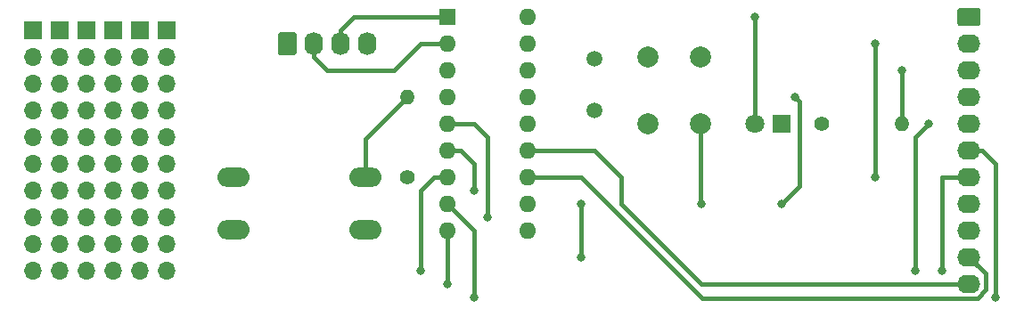
<source format=gbr>
%TF.GenerationSoftware,KiCad,Pcbnew,5.1.5+dfsg1-2build2*%
%TF.CreationDate,2022-12-31T14:04:58+00:00*%
%TF.ProjectId,pic_proto1,7069635f-7072-46f7-946f-312e6b696361,rev?*%
%TF.SameCoordinates,Original*%
%TF.FileFunction,Copper,L2,Bot*%
%TF.FilePolarity,Positive*%
%FSLAX46Y46*%
G04 Gerber Fmt 4.6, Leading zero omitted, Abs format (unit mm)*
G04 Created by KiCad (PCBNEW 5.1.5+dfsg1-2build2) date 2022-12-31 14:04:58*
%MOMM*%
%LPD*%
G04 APERTURE LIST*
%TA.AperFunction,ComponentPad*%
%ADD10R,1.700000X1.700000*%
%TD*%
%TA.AperFunction,ComponentPad*%
%ADD11O,1.700000X1.700000*%
%TD*%
%TA.AperFunction,ComponentPad*%
%ADD12C,1.500000*%
%TD*%
%TA.AperFunction,ComponentPad*%
%ADD13O,1.600000X1.600000*%
%TD*%
%TA.AperFunction,ComponentPad*%
%ADD14R,1.600000X1.600000*%
%TD*%
%TA.AperFunction,ComponentPad*%
%ADD15O,3.048000X1.850000*%
%TD*%
%TA.AperFunction,ComponentPad*%
%ADD16O,1.400000X1.400000*%
%TD*%
%TA.AperFunction,ComponentPad*%
%ADD17C,1.400000*%
%TD*%
%TA.AperFunction,ComponentPad*%
%ADD18O,2.190000X1.740000*%
%TD*%
%TA.AperFunction,ComponentPad*%
%ADD19C,0.100000*%
%TD*%
%TA.AperFunction,ComponentPad*%
%ADD20O,1.740000X2.190000*%
%TD*%
%TA.AperFunction,ComponentPad*%
%ADD21C,1.800000*%
%TD*%
%TA.AperFunction,ComponentPad*%
%ADD22R,1.800000X1.800000*%
%TD*%
%TA.AperFunction,ComponentPad*%
%ADD23C,2.000000*%
%TD*%
%TA.AperFunction,ViaPad*%
%ADD24C,0.800000*%
%TD*%
%TA.AperFunction,Conductor*%
%ADD25C,0.400000*%
%TD*%
G04 APERTURE END LIST*
D10*
%TO.P,REF\002A\002A,1*%
%TO.N,N/C*%
X137160000Y-50800000D03*
D11*
%TO.P,REF\002A\002A,2*%
X137160000Y-53340000D03*
%TO.P,REF\002A\002A,3*%
X137160000Y-55880000D03*
%TO.P,REF\002A\002A,4*%
X137160000Y-58420000D03*
%TO.P,REF\002A\002A,5*%
X137160000Y-60960000D03*
%TO.P,REF\002A\002A,6*%
X137160000Y-63500000D03*
%TO.P,REF\002A\002A,7*%
X137160000Y-66040000D03*
%TO.P,REF\002A\002A,8*%
X137160000Y-68580000D03*
%TO.P,REF\002A\002A,9*%
X137160000Y-71120000D03*
%TO.P,REF\002A\002A,10*%
X137160000Y-73660000D03*
%TD*%
D10*
%TO.P,REF\002A\002A,1*%
%TO.N,N/C*%
X134620000Y-50800000D03*
D11*
%TO.P,REF\002A\002A,2*%
X134620000Y-53340000D03*
%TO.P,REF\002A\002A,3*%
X134620000Y-55880000D03*
%TO.P,REF\002A\002A,4*%
X134620000Y-58420000D03*
%TO.P,REF\002A\002A,5*%
X134620000Y-60960000D03*
%TO.P,REF\002A\002A,6*%
X134620000Y-63500000D03*
%TO.P,REF\002A\002A,7*%
X134620000Y-66040000D03*
%TO.P,REF\002A\002A,8*%
X134620000Y-68580000D03*
%TO.P,REF\002A\002A,9*%
X134620000Y-71120000D03*
%TO.P,REF\002A\002A,10*%
X134620000Y-73660000D03*
%TD*%
D10*
%TO.P,REF\002A\002A,1*%
%TO.N,N/C*%
X132080000Y-50800000D03*
D11*
%TO.P,REF\002A\002A,2*%
X132080000Y-53340000D03*
%TO.P,REF\002A\002A,3*%
X132080000Y-55880000D03*
%TO.P,REF\002A\002A,4*%
X132080000Y-58420000D03*
%TO.P,REF\002A\002A,5*%
X132080000Y-60960000D03*
%TO.P,REF\002A\002A,6*%
X132080000Y-63500000D03*
%TO.P,REF\002A\002A,7*%
X132080000Y-66040000D03*
%TO.P,REF\002A\002A,8*%
X132080000Y-68580000D03*
%TO.P,REF\002A\002A,9*%
X132080000Y-71120000D03*
%TO.P,REF\002A\002A,10*%
X132080000Y-73660000D03*
%TD*%
D10*
%TO.P,REF\002A\002A,1*%
%TO.N,N/C*%
X129540000Y-50800000D03*
D11*
%TO.P,REF\002A\002A,2*%
X129540000Y-53340000D03*
%TO.P,REF\002A\002A,3*%
X129540000Y-55880000D03*
%TO.P,REF\002A\002A,4*%
X129540000Y-58420000D03*
%TO.P,REF\002A\002A,5*%
X129540000Y-60960000D03*
%TO.P,REF\002A\002A,6*%
X129540000Y-63500000D03*
%TO.P,REF\002A\002A,7*%
X129540000Y-66040000D03*
%TO.P,REF\002A\002A,8*%
X129540000Y-68580000D03*
%TO.P,REF\002A\002A,9*%
X129540000Y-71120000D03*
%TO.P,REF\002A\002A,10*%
X129540000Y-73660000D03*
%TD*%
%TO.P,REF\002A\002A,10*%
%TO.N,N/C*%
X127000000Y-73660000D03*
%TO.P,REF\002A\002A,9*%
X127000000Y-71120000D03*
%TO.P,REF\002A\002A,8*%
X127000000Y-68580000D03*
%TO.P,REF\002A\002A,7*%
X127000000Y-66040000D03*
%TO.P,REF\002A\002A,6*%
X127000000Y-63500000D03*
%TO.P,REF\002A\002A,5*%
X127000000Y-60960000D03*
%TO.P,REF\002A\002A,4*%
X127000000Y-58420000D03*
%TO.P,REF\002A\002A,3*%
X127000000Y-55880000D03*
%TO.P,REF\002A\002A,2*%
X127000000Y-53340000D03*
D10*
%TO.P,REF\002A\002A,1*%
X127000000Y-50800000D03*
%TD*%
D11*
%TO.P,REF\002A\002A,10*%
%TO.N,N/C*%
X124460000Y-73660000D03*
%TO.P,REF\002A\002A,9*%
X124460000Y-71120000D03*
%TO.P,REF\002A\002A,8*%
X124460000Y-68580000D03*
%TO.P,REF\002A\002A,7*%
X124460000Y-66040000D03*
%TO.P,REF\002A\002A,6*%
X124460000Y-63500000D03*
%TO.P,REF\002A\002A,5*%
X124460000Y-60960000D03*
%TO.P,REF\002A\002A,4*%
X124460000Y-58420000D03*
%TO.P,REF\002A\002A,3*%
X124460000Y-55880000D03*
%TO.P,REF\002A\002A,2*%
X124460000Y-53340000D03*
D10*
%TO.P,REF\002A\002A,1*%
X124460000Y-50800000D03*
%TD*%
D12*
%TO.P,X1,2*%
%TO.N,Net-(C2-Pad1)*%
X177800000Y-53540000D03*
%TO.P,X1,1*%
%TO.N,Net-(C1-Pad1)*%
X177800000Y-58420000D03*
%TD*%
D13*
%TO.P,U1,18*%
%TO.N,IO1*%
X171450000Y-49530000D03*
%TO.P,U1,9*%
%TO.N,Net-(J2-Pad7)*%
X163830000Y-69850000D03*
%TO.P,U1,17*%
%TO.N,Net-(D1-Pad2)*%
X171450000Y-52070000D03*
%TO.P,U1,8*%
%TO.N,Net-(J2-Pad6)*%
X163830000Y-67310000D03*
%TO.P,U1,16*%
%TO.N,Net-(C2-Pad1)*%
X171450000Y-54610000D03*
%TO.P,U1,7*%
%TO.N,Net-(J2-Pad5)*%
X163830000Y-64770000D03*
%TO.P,U1,15*%
%TO.N,Net-(C1-Pad1)*%
X171450000Y-57150000D03*
%TO.P,U1,6*%
%TO.N,Net-(J2-Pad4)*%
X163830000Y-62230000D03*
%TO.P,U1,14*%
%TO.N,+5V*%
X171450000Y-59690000D03*
%TO.P,U1,5*%
%TO.N,GND*%
X163830000Y-59690000D03*
%TO.P,U1,13*%
%TO.N,Net-(J2-Pad11)*%
X171450000Y-62230000D03*
%TO.P,U1,4*%
%TO.N,Net-(R1-Pad2)*%
X163830000Y-57150000D03*
%TO.P,U1,12*%
%TO.N,Net-(J2-Pad10)*%
X171450000Y-64770000D03*
%TO.P,U1,3*%
%TO.N,IO4*%
X163830000Y-54610000D03*
%TO.P,U1,11*%
%TO.N,Net-(J2-Pad9)*%
X171450000Y-67310000D03*
%TO.P,U1,2*%
%TO.N,IO3*%
X163830000Y-52070000D03*
%TO.P,U1,10*%
%TO.N,Net-(J2-Pad8)*%
X171450000Y-69850000D03*
D14*
%TO.P,U1,1*%
%TO.N,IO2*%
X163830000Y-49530000D03*
%TD*%
D15*
%TO.P,SW1,2*%
%TO.N,GND*%
X143510000Y-69770000D03*
%TO.P,SW1,1*%
%TO.N,Net-(R1-Pad2)*%
X143510000Y-64770000D03*
%TO.P,SW1,2*%
%TO.N,GND*%
X156010000Y-69770000D03*
%TO.P,SW1,1*%
%TO.N,Net-(R1-Pad2)*%
X156010000Y-64770000D03*
%TD*%
D16*
%TO.P,R2,2*%
%TO.N,GND*%
X207010000Y-59690000D03*
D17*
%TO.P,R2,1*%
%TO.N,Net-(D1-Pad1)*%
X199390000Y-59690000D03*
%TD*%
D16*
%TO.P,R1,2*%
%TO.N,Net-(R1-Pad2)*%
X160020000Y-57150000D03*
D17*
%TO.P,R1,1*%
%TO.N,+5V*%
X160020000Y-64770000D03*
%TD*%
D18*
%TO.P,J2,11*%
%TO.N,Net-(J2-Pad11)*%
X213360000Y-74930000D03*
%TO.P,J2,10*%
%TO.N,Net-(J2-Pad10)*%
X213360000Y-72390000D03*
%TO.P,J2,9*%
%TO.N,Net-(J2-Pad9)*%
X213360000Y-69850000D03*
%TO.P,J2,8*%
%TO.N,Net-(J2-Pad8)*%
X213360000Y-67310000D03*
%TO.P,J2,7*%
%TO.N,Net-(J2-Pad7)*%
X213360000Y-64770000D03*
%TO.P,J2,6*%
%TO.N,Net-(J2-Pad6)*%
X213360000Y-62230000D03*
%TO.P,J2,5*%
%TO.N,Net-(J2-Pad5)*%
X213360000Y-59690000D03*
%TO.P,J2,4*%
%TO.N,Net-(J2-Pad4)*%
X213360000Y-57150000D03*
%TO.P,J2,3*%
%TO.N,GND*%
X213360000Y-54610000D03*
%TO.P,J2,2*%
%TO.N,+5V*%
X213360000Y-52070000D03*
%TA.AperFunction,ComponentPad*%
D19*
%TO.P,J2,1*%
%TO.N,N/C*%
G36*
X214229505Y-48661204D02*
G01*
X214253773Y-48664804D01*
X214277572Y-48670765D01*
X214300671Y-48679030D01*
X214322850Y-48689520D01*
X214343893Y-48702132D01*
X214363599Y-48716747D01*
X214381777Y-48733223D01*
X214398253Y-48751401D01*
X214412868Y-48771107D01*
X214425480Y-48792150D01*
X214435970Y-48814329D01*
X214444235Y-48837428D01*
X214450196Y-48861227D01*
X214453796Y-48885495D01*
X214455000Y-48909999D01*
X214455000Y-50150001D01*
X214453796Y-50174505D01*
X214450196Y-50198773D01*
X214444235Y-50222572D01*
X214435970Y-50245671D01*
X214425480Y-50267850D01*
X214412868Y-50288893D01*
X214398253Y-50308599D01*
X214381777Y-50326777D01*
X214363599Y-50343253D01*
X214343893Y-50357868D01*
X214322850Y-50370480D01*
X214300671Y-50380970D01*
X214277572Y-50389235D01*
X214253773Y-50395196D01*
X214229505Y-50398796D01*
X214205001Y-50400000D01*
X212514999Y-50400000D01*
X212490495Y-50398796D01*
X212466227Y-50395196D01*
X212442428Y-50389235D01*
X212419329Y-50380970D01*
X212397150Y-50370480D01*
X212376107Y-50357868D01*
X212356401Y-50343253D01*
X212338223Y-50326777D01*
X212321747Y-50308599D01*
X212307132Y-50288893D01*
X212294520Y-50267850D01*
X212284030Y-50245671D01*
X212275765Y-50222572D01*
X212269804Y-50198773D01*
X212266204Y-50174505D01*
X212265000Y-50150001D01*
X212265000Y-48909999D01*
X212266204Y-48885495D01*
X212269804Y-48861227D01*
X212275765Y-48837428D01*
X212284030Y-48814329D01*
X212294520Y-48792150D01*
X212307132Y-48771107D01*
X212321747Y-48751401D01*
X212338223Y-48733223D01*
X212356401Y-48716747D01*
X212376107Y-48702132D01*
X212397150Y-48689520D01*
X212419329Y-48679030D01*
X212442428Y-48670765D01*
X212466227Y-48664804D01*
X212490495Y-48661204D01*
X212514999Y-48660000D01*
X214205001Y-48660000D01*
X214229505Y-48661204D01*
G37*
%TD.AperFunction*%
%TD*%
D20*
%TO.P,J1,4*%
%TO.N,IO1*%
X156210000Y-52070000D03*
%TO.P,J1,3*%
%TO.N,IO2*%
X153670000Y-52070000D03*
%TO.P,J1,2*%
%TO.N,IO3*%
X151130000Y-52070000D03*
%TA.AperFunction,ComponentPad*%
D19*
%TO.P,J1,1*%
%TO.N,IO4*%
G36*
X149234505Y-50976204D02*
G01*
X149258773Y-50979804D01*
X149282572Y-50985765D01*
X149305671Y-50994030D01*
X149327850Y-51004520D01*
X149348893Y-51017132D01*
X149368599Y-51031747D01*
X149386777Y-51048223D01*
X149403253Y-51066401D01*
X149417868Y-51086107D01*
X149430480Y-51107150D01*
X149440970Y-51129329D01*
X149449235Y-51152428D01*
X149455196Y-51176227D01*
X149458796Y-51200495D01*
X149460000Y-51224999D01*
X149460000Y-52915001D01*
X149458796Y-52939505D01*
X149455196Y-52963773D01*
X149449235Y-52987572D01*
X149440970Y-53010671D01*
X149430480Y-53032850D01*
X149417868Y-53053893D01*
X149403253Y-53073599D01*
X149386777Y-53091777D01*
X149368599Y-53108253D01*
X149348893Y-53122868D01*
X149327850Y-53135480D01*
X149305671Y-53145970D01*
X149282572Y-53154235D01*
X149258773Y-53160196D01*
X149234505Y-53163796D01*
X149210001Y-53165000D01*
X147969999Y-53165000D01*
X147945495Y-53163796D01*
X147921227Y-53160196D01*
X147897428Y-53154235D01*
X147874329Y-53145970D01*
X147852150Y-53135480D01*
X147831107Y-53122868D01*
X147811401Y-53108253D01*
X147793223Y-53091777D01*
X147776747Y-53073599D01*
X147762132Y-53053893D01*
X147749520Y-53032850D01*
X147739030Y-53010671D01*
X147730765Y-52987572D01*
X147724804Y-52963773D01*
X147721204Y-52939505D01*
X147720000Y-52915001D01*
X147720000Y-51224999D01*
X147721204Y-51200495D01*
X147724804Y-51176227D01*
X147730765Y-51152428D01*
X147739030Y-51129329D01*
X147749520Y-51107150D01*
X147762132Y-51086107D01*
X147776747Y-51066401D01*
X147793223Y-51048223D01*
X147811401Y-51031747D01*
X147831107Y-51017132D01*
X147852150Y-51004520D01*
X147874329Y-50994030D01*
X147897428Y-50985765D01*
X147921227Y-50979804D01*
X147945495Y-50976204D01*
X147969999Y-50975000D01*
X149210001Y-50975000D01*
X149234505Y-50976204D01*
G37*
%TD.AperFunction*%
%TD*%
D21*
%TO.P,D1,2*%
%TO.N,Net-(D1-Pad2)*%
X193040000Y-59690000D03*
D22*
%TO.P,D1,1*%
%TO.N,Net-(D1-Pad1)*%
X195580000Y-59690000D03*
%TD*%
D23*
%TO.P,C2,2*%
%TO.N,GND*%
X187880000Y-53340000D03*
%TO.P,C2,1*%
%TO.N,Net-(C2-Pad1)*%
X182880000Y-53340000D03*
%TD*%
%TO.P,C1,2*%
%TO.N,GND*%
X187880000Y-59690000D03*
%TO.P,C1,1*%
%TO.N,Net-(C1-Pad1)*%
X182880000Y-59690000D03*
%TD*%
D24*
%TO.N,GND*%
X207010000Y-54610000D03*
X187960000Y-67310000D03*
X167640000Y-68580000D03*
%TO.N,Net-(D1-Pad2)*%
X193040000Y-49530000D03*
%TO.N,Net-(J2-Pad9)*%
X176530000Y-72390000D03*
X176530000Y-67310000D03*
%TO.N,Net-(J2-Pad7)*%
X163830000Y-74930000D03*
X210820000Y-73660000D03*
%TO.N,Net-(J2-Pad6)*%
X166370000Y-76200000D03*
X215900000Y-76200000D03*
%TO.N,Net-(J2-Pad5)*%
X161290000Y-73660000D03*
X208280000Y-73660000D03*
X209550000Y-59690000D03*
%TO.N,Net-(J2-Pad4)*%
X196850000Y-57150000D03*
X195580000Y-67310000D03*
X166370000Y-66040000D03*
%TO.N,+5V*%
X204470000Y-64770000D03*
X204470000Y-52070000D03*
%TD*%
D25*
%TO.N,GND*%
X207010000Y-54610000D02*
X207010000Y-59690000D01*
X187880000Y-59690000D02*
X187880000Y-67230000D01*
X187880000Y-67230000D02*
X187960000Y-67310000D01*
X167640000Y-68580000D02*
X167640000Y-60960000D01*
X166370000Y-59690000D02*
X163830000Y-59690000D01*
X167640000Y-60960000D02*
X166370000Y-59690000D01*
%TO.N,Net-(D1-Pad2)*%
X193040000Y-49530000D02*
X193040000Y-59690000D01*
%TO.N,IO2*%
X163830000Y-49530000D02*
X154940000Y-49530000D01*
X153670000Y-50800000D02*
X153670000Y-52070000D01*
X154940000Y-49530000D02*
X153670000Y-50800000D01*
%TO.N,IO3*%
X163830000Y-52070000D02*
X161290000Y-52070000D01*
X161290000Y-52070000D02*
X158750000Y-54610000D01*
X158750000Y-54610000D02*
X152400000Y-54610000D01*
X151130000Y-53340000D02*
X151130000Y-52070000D01*
X152400000Y-54610000D02*
X151130000Y-53340000D01*
%TO.N,Net-(J2-Pad11)*%
X213360000Y-74930000D02*
X187960000Y-74930000D01*
X187960000Y-74930000D02*
X180340000Y-67310000D01*
X180340000Y-67310000D02*
X180340000Y-64770000D01*
X180340000Y-64770000D02*
X177800000Y-62230000D01*
X177800000Y-62230000D02*
X171450000Y-62230000D01*
%TO.N,Net-(J2-Pad10)*%
X171450000Y-64770000D02*
X176530000Y-64770000D01*
X214905010Y-75476766D02*
X214905010Y-73935010D01*
X214131766Y-76250010D02*
X214905010Y-75476766D01*
X188010010Y-76250010D02*
X214131766Y-76250010D01*
X214905010Y-73935010D02*
X213360000Y-72390000D01*
X176530000Y-64770000D02*
X188010010Y-76250010D01*
%TO.N,Net-(J2-Pad9)*%
X176530000Y-72390000D02*
X176530000Y-67310000D01*
%TO.N,Net-(J2-Pad7)*%
X163830000Y-69850000D02*
X163830000Y-74930000D01*
X210820000Y-73660000D02*
X210820000Y-64770000D01*
X210820000Y-64770000D02*
X213360000Y-64770000D01*
%TO.N,Net-(J2-Pad6)*%
X213360000Y-62230000D02*
X214630000Y-62230000D01*
X166370000Y-69850000D02*
X163830000Y-67310000D01*
X214630000Y-62230000D02*
X215900000Y-63500000D01*
X166370000Y-76200000D02*
X166370000Y-69850000D01*
X215900000Y-63500000D02*
X215900000Y-76200000D01*
%TO.N,Net-(J2-Pad5)*%
X163830000Y-64770000D02*
X162560000Y-64770000D01*
X161290000Y-66040000D02*
X161290000Y-73660000D01*
X162560000Y-64770000D02*
X161290000Y-66040000D01*
X208280000Y-60960000D02*
X209550000Y-59690000D01*
X208280000Y-73660000D02*
X208280000Y-60960000D01*
%TO.N,Net-(J2-Pad4)*%
X197249999Y-57549999D02*
X197249999Y-65640001D01*
X197249999Y-65640001D02*
X195580000Y-67310000D01*
X196850000Y-57150000D02*
X197249999Y-57549999D01*
X166370000Y-66040000D02*
X166370000Y-63500000D01*
X165100000Y-62230000D02*
X163830000Y-62230000D01*
X166370000Y-63500000D02*
X165100000Y-62230000D01*
%TO.N,+5V*%
X204470000Y-64770000D02*
X204470000Y-52070000D01*
%TO.N,Net-(R1-Pad2)*%
X156010000Y-61160000D02*
X156010000Y-64770000D01*
X160020000Y-57150000D02*
X156010000Y-61160000D01*
%TD*%
M02*

</source>
